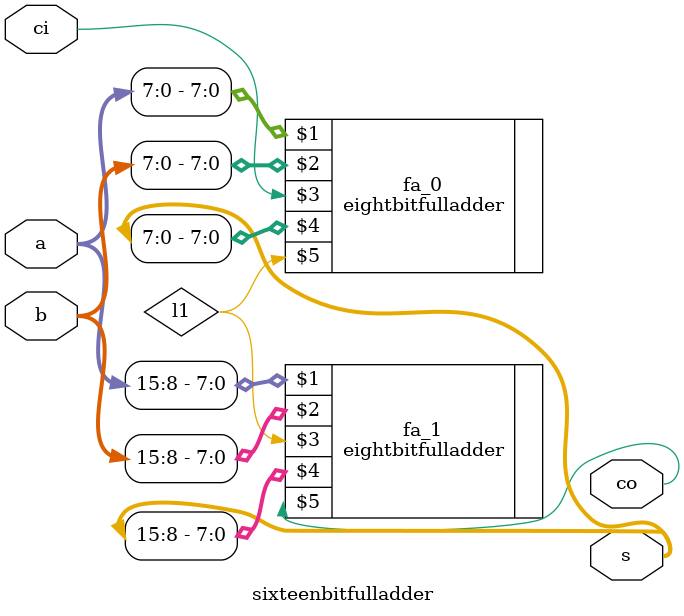
<source format=v>
`include "8_bit_full_adder.v"

module sixteenbitfulladder (a, b, ci, s, co);
input [15:0] a, b;
input ci;

output [15:0] s;
output co;

wire l1;

eightbitfulladder fa_0 (a[7:0], b[7:0], ci, s[7:0], l1);
eightbitfulladder fa_1 (a[15:8], b[15:8], l1, s[15:8], co);

endmodule
</source>
